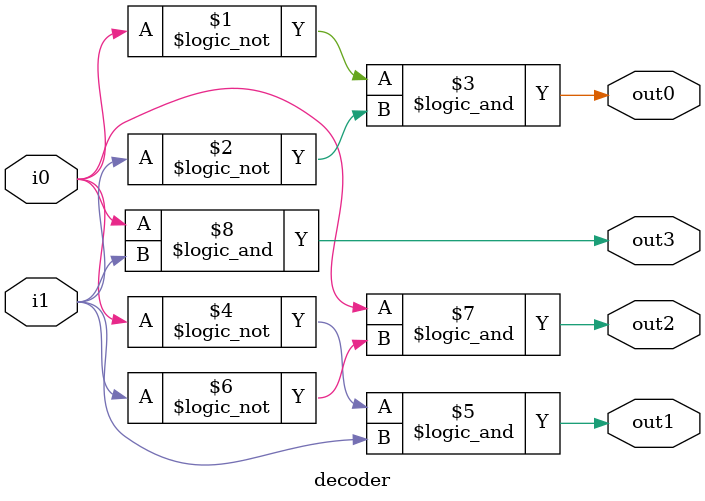
<source format=v>
module decoder (input i0, input i1, output out0, output out1, output out2, output out3);
    assign out0= !i0 && !i1;
    assign out1= !i0 && i1;
    assign out2= i0 && !i1;
    assign out3= i0 && i1;
endmodule
</source>
